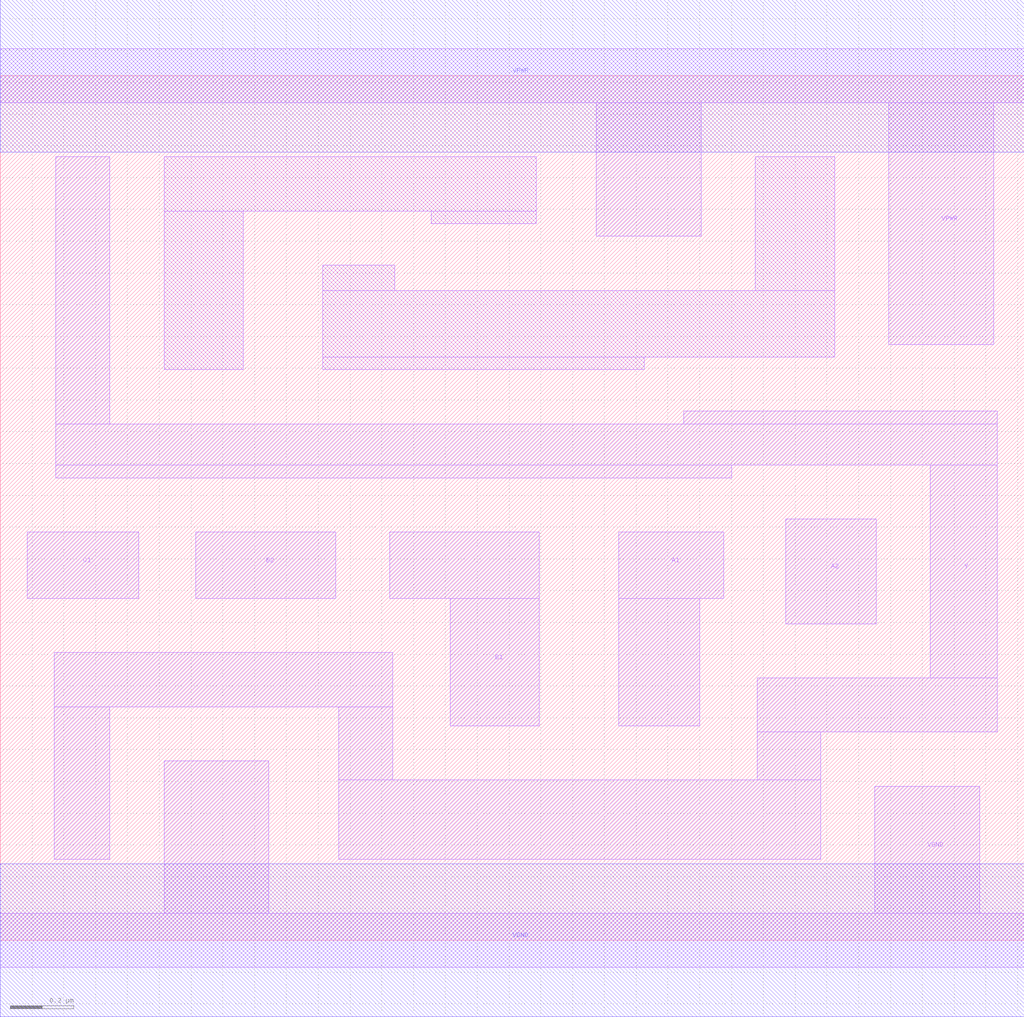
<source format=lef>
# Copyright 2020 The SkyWater PDK Authors
#
# Licensed under the Apache License, Version 2.0 (the "License");
# you may not use this file except in compliance with the License.
# You may obtain a copy of the License at
#
#     https://www.apache.org/licenses/LICENSE-2.0
#
# Unless required by applicable law or agreed to in writing, software
# distributed under the License is distributed on an "AS IS" BASIS,
# WITHOUT WARRANTIES OR CONDITIONS OF ANY KIND, either express or implied.
# See the License for the specific language governing permissions and
# limitations under the License.
#
# SPDX-License-Identifier: Apache-2.0

VERSION 5.5 ;
NAMESCASESENSITIVE ON ;
BUSBITCHARS "[]" ;
DIVIDERCHAR "/" ;
MACRO sky130_fd_sc_hd__a221oi_1
  CLASS CORE ;
  SOURCE USER ;
  ORIGIN  0.000000  0.000000 ;
  SIZE  3.220000 BY  2.720000 ;
  SYMMETRY X Y R90 ;
  SITE unithd ;
  PIN A1
    ANTENNAGATEAREA  0.247500 ;
    DIRECTION INPUT ;
    USE SIGNAL ;
    PORT
      LAYER li1 ;
        RECT 1.945000 0.675000 2.200000 1.075000 ;
        RECT 1.945000 1.075000 2.275000 1.285000 ;
    END
  END A1
  PIN A2
    ANTENNAGATEAREA  0.247500 ;
    DIRECTION INPUT ;
    USE SIGNAL ;
    PORT
      LAYER li1 ;
        RECT 2.470000 0.995000 2.755000 1.325000 ;
    END
  END A2
  PIN B1
    ANTENNAGATEAREA  0.247500 ;
    DIRECTION INPUT ;
    USE SIGNAL ;
    PORT
      LAYER li1 ;
        RECT 1.225000 1.075000 1.695000 1.285000 ;
        RECT 1.415000 0.675000 1.695000 1.075000 ;
    END
  END B1
  PIN B2
    ANTENNAGATEAREA  0.247500 ;
    DIRECTION INPUT ;
    USE SIGNAL ;
    PORT
      LAYER li1 ;
        RECT 0.615000 1.075000 1.055000 1.285000 ;
    END
  END B2
  PIN C1
    ANTENNAGATEAREA  0.247500 ;
    DIRECTION INPUT ;
    USE SIGNAL ;
    PORT
      LAYER li1 ;
        RECT 0.085000 1.075000 0.435000 1.285000 ;
    END
  END C1
  PIN Y
    ANTENNADIFFAREA  0.767000 ;
    DIRECTION OUTPUT ;
    USE SIGNAL ;
    PORT
      LAYER li1 ;
        RECT 0.170000 0.255000 0.345000 0.735000 ;
        RECT 0.170000 0.735000 1.235000 0.905000 ;
        RECT 0.175000 1.455000 2.300000 1.495000 ;
        RECT 0.175000 1.495000 3.135000 1.625000 ;
        RECT 0.175000 1.625000 0.345000 2.465000 ;
        RECT 1.065000 0.255000 2.580000 0.505000 ;
        RECT 1.065000 0.505000 1.235000 0.735000 ;
        RECT 2.150000 1.625000 3.135000 1.665000 ;
        RECT 2.380000 0.505000 2.580000 0.655000 ;
        RECT 2.380000 0.655000 3.135000 0.825000 ;
        RECT 2.925000 0.825000 3.135000 1.495000 ;
    END
  END Y
  PIN VGND
    DIRECTION INOUT ;
    SHAPE ABUTMENT ;
    USE GROUND ;
    PORT
      LAYER li1 ;
        RECT 0.000000 -0.085000 3.220000 0.085000 ;
        RECT 0.515000  0.085000 0.845000 0.565000 ;
        RECT 2.750000  0.085000 3.080000 0.485000 ;
    END
    PORT
      LAYER met1 ;
        RECT 0.000000 -0.240000 3.220000 0.240000 ;
    END
  END VGND
  PIN VNB
    DIRECTION INOUT ;
    USE GROUND ;
    PORT
    END
  END VNB
  PIN VPB
    DIRECTION INOUT ;
    USE POWER ;
    PORT
    END
  END VPB
  PIN VPWR
    DIRECTION INOUT ;
    SHAPE ABUTMENT ;
    USE POWER ;
    PORT
      LAYER li1 ;
        RECT 0.000000 2.635000 3.220000 2.805000 ;
        RECT 1.875000 2.215000 2.205000 2.635000 ;
        RECT 2.795000 1.875000 3.125000 2.635000 ;
    END
    PORT
      LAYER met1 ;
        RECT 0.000000 2.480000 3.220000 2.960000 ;
    END
  END VPWR
  OBS
    LAYER li1 ;
      RECT 0.515000 1.795000 0.765000 2.295000 ;
      RECT 0.515000 2.295000 1.685000 2.465000 ;
      RECT 1.015000 1.795000 2.025000 1.835000 ;
      RECT 1.015000 1.835000 2.625000 2.045000 ;
      RECT 1.015000 2.045000 1.240000 2.125000 ;
      RECT 1.355000 2.255000 1.685000 2.295000 ;
      RECT 2.375000 2.045000 2.625000 2.465000 ;
  END
END sky130_fd_sc_hd__a221oi_1
END LIBRARY

</source>
